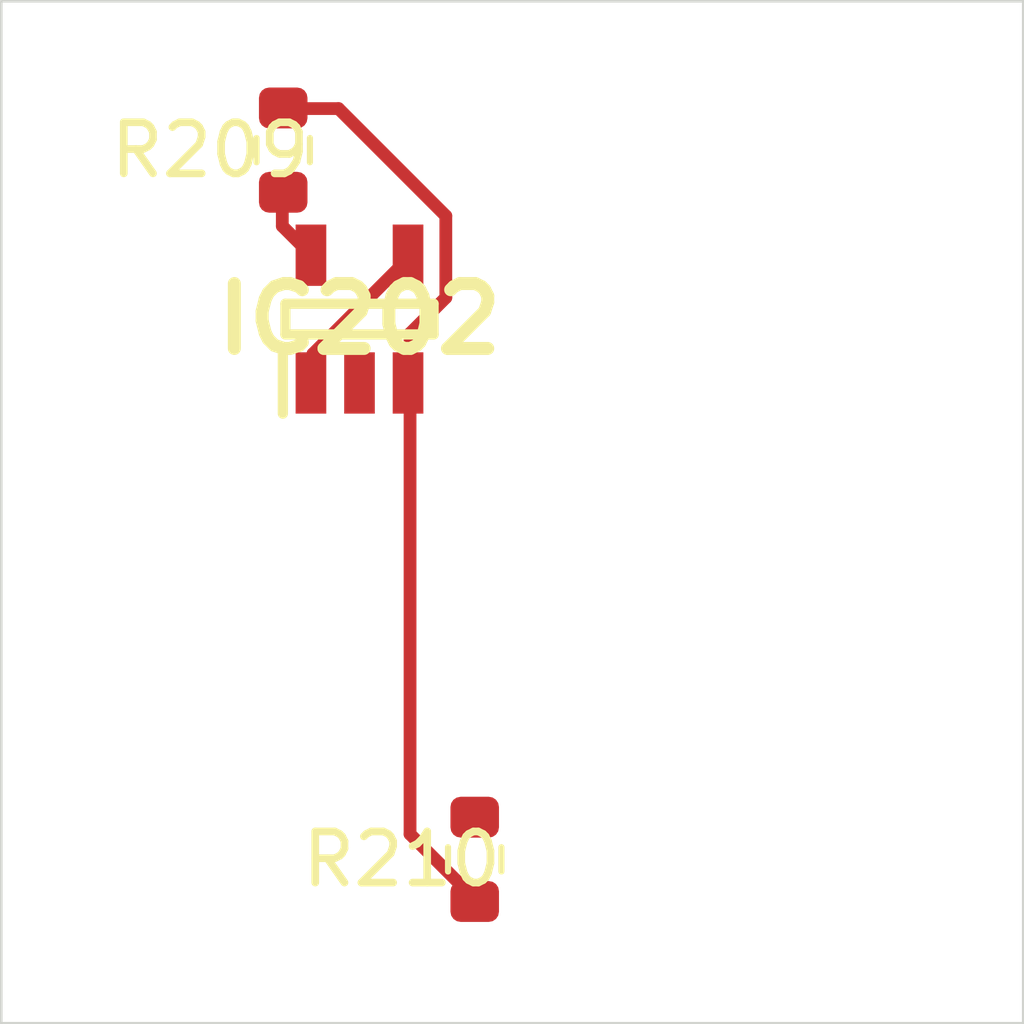
<source format=kicad_pcb>
 ( kicad_pcb  ( version 20171130 )
 ( host pcbnew 5.1.12-84ad8e8a86~92~ubuntu18.04.1 )
 ( general  ( thickness 1.6 )
 ( drawings 4 )
 ( tracks 0 )
 ( zones 0 )
 ( modules 3 )
 ( nets 5 )
)
 ( page A4 )
 ( layers  ( 0 F.Cu signal )
 ( 31 B.Cu signal )
 ( 32 B.Adhes user )
 ( 33 F.Adhes user )
 ( 34 B.Paste user )
 ( 35 F.Paste user )
 ( 36 B.SilkS user )
 ( 37 F.SilkS user )
 ( 38 B.Mask user )
 ( 39 F.Mask user )
 ( 40 Dwgs.User user )
 ( 41 Cmts.User user )
 ( 42 Eco1.User user )
 ( 43 Eco2.User user )
 ( 44 Edge.Cuts user )
 ( 45 Margin user )
 ( 46 B.CrtYd user )
 ( 47 F.CrtYd user )
 ( 48 B.Fab user )
 ( 49 F.Fab user )
)
 ( setup  ( last_trace_width 0.25 )
 ( trace_clearance 0.2 )
 ( zone_clearance 0.508 )
 ( zone_45_only no )
 ( trace_min 0.2 )
 ( via_size 0.8 )
 ( via_drill 0.4 )
 ( via_min_size 0.4 )
 ( via_min_drill 0.3 )
 ( uvia_size 0.3 )
 ( uvia_drill 0.1 )
 ( uvias_allowed no )
 ( uvia_min_size 0.2 )
 ( uvia_min_drill 0.1 )
 ( edge_width 0.05 )
 ( segment_width 0.2 )
 ( pcb_text_width 0.3 )
 ( pcb_text_size 1.5 1.5 )
 ( mod_edge_width 0.12 )
 ( mod_text_size 1 1 )
 ( mod_text_width 0.15 )
 ( pad_size 1.524 1.524 )
 ( pad_drill 0.762 )
 ( pad_to_mask_clearance 0 )
 ( aux_axis_origin 0 0 )
 ( visible_elements FFFFFF7F )
 ( pcbplotparams  ( layerselection 0x010fc_ffffffff )
 ( usegerberextensions false )
 ( usegerberattributes true )
 ( usegerberadvancedattributes true )
 ( creategerberjobfile true )
 ( excludeedgelayer true )
 ( linewidth 0.100000 )
 ( plotframeref false )
 ( viasonmask false )
 ( mode 1 )
 ( useauxorigin false )
 ( hpglpennumber 1 )
 ( hpglpenspeed 20 )
 ( hpglpendiameter 15.000000 )
 ( psnegative false )
 ( psa4output false )
 ( plotreference true )
 ( plotvalue true )
 ( plotinvisibletext false )
 ( padsonsilk false )
 ( subtractmaskfromsilk false )
 ( outputformat 1 )
 ( mirror false )
 ( drillshape 1 )
 ( scaleselection 1 )
 ( outputdirectory "" )
)
)
 ( net 0 "" )
 ( net 1 GND )
 ( net 2 VDDA )
 ( net 3 /Sheet6235D886/vp )
 ( net 4 "Net-(IC202-Pad3)" )
 ( net_class Default "This is the default net class."  ( clearance 0.2 )
 ( trace_width 0.25 )
 ( via_dia 0.8 )
 ( via_drill 0.4 )
 ( uvia_dia 0.3 )
 ( uvia_drill 0.1 )
 ( add_net /Sheet6235D886/vp )
 ( add_net GND )
 ( add_net "Net-(IC202-Pad3)" )
 ( add_net VDDA )
)
 ( module SOT95P280X145-5N locked  ( layer F.Cu )
 ( tedit 62336ED7 )
 ( tstamp 623423ED )
 ( at 87.010600 106.220000 90.000000 )
 ( descr DBV0005A )
 ( tags "Integrated Circuit" )
 ( path /6235D887/6266C08E )
 ( attr smd )
 ( fp_text reference IC202  ( at 0 0 )
 ( layer F.SilkS )
 ( effects  ( font  ( size 1.27 1.27 )
 ( thickness 0.254 )
)
)
)
 ( fp_text value TL071HIDBVR  ( at 0 0 )
 ( layer F.SilkS )
hide  ( effects  ( font  ( size 1.27 1.27 )
 ( thickness 0.254 )
)
)
)
 ( fp_line  ( start -1.85 -1.5 )
 ( end -0.65 -1.5 )
 ( layer F.SilkS )
 ( width 0.2 )
)
 ( fp_line  ( start -0.3 1.45 )
 ( end -0.3 -1.45 )
 ( layer F.SilkS )
 ( width 0.2 )
)
 ( fp_line  ( start 0.3 1.45 )
 ( end -0.3 1.45 )
 ( layer F.SilkS )
 ( width 0.2 )
)
 ( fp_line  ( start 0.3 -1.45 )
 ( end 0.3 1.45 )
 ( layer F.SilkS )
 ( width 0.2 )
)
 ( fp_line  ( start -0.3 -1.45 )
 ( end 0.3 -1.45 )
 ( layer F.SilkS )
 ( width 0.2 )
)
 ( fp_line  ( start -0.8 -0.5 )
 ( end 0.15 -1.45 )
 ( layer Dwgs.User )
 ( width 0.1 )
)
 ( fp_line  ( start -0.8 1.45 )
 ( end -0.8 -1.45 )
 ( layer Dwgs.User )
 ( width 0.1 )
)
 ( fp_line  ( start 0.8 1.45 )
 ( end -0.8 1.45 )
 ( layer Dwgs.User )
 ( width 0.1 )
)
 ( fp_line  ( start 0.8 -1.45 )
 ( end 0.8 1.45 )
 ( layer Dwgs.User )
 ( width 0.1 )
)
 ( fp_line  ( start -0.8 -1.45 )
 ( end 0.8 -1.45 )
 ( layer Dwgs.User )
 ( width 0.1 )
)
 ( fp_line  ( start -2.1 1.775 )
 ( end -2.1 -1.775 )
 ( layer Dwgs.User )
 ( width 0.05 )
)
 ( fp_line  ( start 2.1 1.775 )
 ( end -2.1 1.775 )
 ( layer Dwgs.User )
 ( width 0.05 )
)
 ( fp_line  ( start 2.1 -1.775 )
 ( end 2.1 1.775 )
 ( layer Dwgs.User )
 ( width 0.05 )
)
 ( fp_line  ( start -2.1 -1.775 )
 ( end 2.1 -1.775 )
 ( layer Dwgs.User )
 ( width 0.05 )
)
 ( pad 1 smd rect  ( at -1.25 -0.95 180.000000 )
 ( size 0.6 1.2 )
 ( layers F.Cu F.Mask F.Paste )
 ( net 3 /Sheet6235D886/vp )
)
 ( pad 2 smd rect  ( at -1.25 0 180.000000 )
 ( size 0.6 1.2 )
 ( layers F.Cu F.Mask F.Paste )
 ( net 1 GND )
)
 ( pad 3 smd rect  ( at -1.25 0.95 180.000000 )
 ( size 0.6 1.2 )
 ( layers F.Cu F.Mask F.Paste )
 ( net 4 "Net-(IC202-Pad3)" )
)
 ( pad 4 smd rect  ( at 1.25 0.95 180.000000 )
 ( size 0.6 1.2 )
 ( layers F.Cu F.Mask F.Paste )
 ( net 3 /Sheet6235D886/vp )
)
 ( pad 5 smd rect  ( at 1.25 -0.95 180.000000 )
 ( size 0.6 1.2 )
 ( layers F.Cu F.Mask F.Paste )
 ( net 2 VDDA )
)
)
 ( module Resistor_SMD:R_0603_1608Metric  ( layer F.Cu )
 ( tedit 5F68FEEE )
 ( tstamp 62342595 )
 ( at 85.517800 102.913000 90.000000 )
 ( descr "Resistor SMD 0603 (1608 Metric), square (rectangular) end terminal, IPC_7351 nominal, (Body size source: IPC-SM-782 page 72, https://www.pcb-3d.com/wordpress/wp-content/uploads/ipc-sm-782a_amendment_1_and_2.pdf), generated with kicad-footprint-generator" )
 ( tags resistor )
 ( path /6235D887/623CDBD9 )
 ( attr smd )
 ( fp_text reference R209  ( at 0 -1.43 )
 ( layer F.SilkS )
 ( effects  ( font  ( size 1 1 )
 ( thickness 0.15 )
)
)
)
 ( fp_text value 100k  ( at 0 1.43 )
 ( layer F.Fab )
 ( effects  ( font  ( size 1 1 )
 ( thickness 0.15 )
)
)
)
 ( fp_line  ( start -0.8 0.4125 )
 ( end -0.8 -0.4125 )
 ( layer F.Fab )
 ( width 0.1 )
)
 ( fp_line  ( start -0.8 -0.4125 )
 ( end 0.8 -0.4125 )
 ( layer F.Fab )
 ( width 0.1 )
)
 ( fp_line  ( start 0.8 -0.4125 )
 ( end 0.8 0.4125 )
 ( layer F.Fab )
 ( width 0.1 )
)
 ( fp_line  ( start 0.8 0.4125 )
 ( end -0.8 0.4125 )
 ( layer F.Fab )
 ( width 0.1 )
)
 ( fp_line  ( start -0.237258 -0.5225 )
 ( end 0.237258 -0.5225 )
 ( layer F.SilkS )
 ( width 0.12 )
)
 ( fp_line  ( start -0.237258 0.5225 )
 ( end 0.237258 0.5225 )
 ( layer F.SilkS )
 ( width 0.12 )
)
 ( fp_line  ( start -1.48 0.73 )
 ( end -1.48 -0.73 )
 ( layer F.CrtYd )
 ( width 0.05 )
)
 ( fp_line  ( start -1.48 -0.73 )
 ( end 1.48 -0.73 )
 ( layer F.CrtYd )
 ( width 0.05 )
)
 ( fp_line  ( start 1.48 -0.73 )
 ( end 1.48 0.73 )
 ( layer F.CrtYd )
 ( width 0.05 )
)
 ( fp_line  ( start 1.48 0.73 )
 ( end -1.48 0.73 )
 ( layer F.CrtYd )
 ( width 0.05 )
)
 ( fp_text user %R  ( at 0 0 )
 ( layer F.Fab )
 ( effects  ( font  ( size 0.4 0.4 )
 ( thickness 0.06 )
)
)
)
 ( pad 1 smd roundrect  ( at -0.825 0 90.000000 )
 ( size 0.8 0.95 )
 ( layers F.Cu F.Mask F.Paste )
 ( roundrect_rratio 0.25 )
 ( net 2 VDDA )
)
 ( pad 2 smd roundrect  ( at 0.825 0 90.000000 )
 ( size 0.8 0.95 )
 ( layers F.Cu F.Mask F.Paste )
 ( roundrect_rratio 0.25 )
 ( net 4 "Net-(IC202-Pad3)" )
)
 ( model ${KISYS3DMOD}/Resistor_SMD.3dshapes/R_0603_1608Metric.wrl  ( at  ( xyz 0 0 0 )
)
 ( scale  ( xyz 1 1 1 )
)
 ( rotate  ( xyz 0 0 0 )
)
)
)
 ( module Resistor_SMD:R_0603_1608Metric  ( layer F.Cu )
 ( tedit 5F68FEEE )
 ( tstamp 623425A6 )
 ( at 89.265600 116.793000 90.000000 )
 ( descr "Resistor SMD 0603 (1608 Metric), square (rectangular) end terminal, IPC_7351 nominal, (Body size source: IPC-SM-782 page 72, https://www.pcb-3d.com/wordpress/wp-content/uploads/ipc-sm-782a_amendment_1_and_2.pdf), generated with kicad-footprint-generator" )
 ( tags resistor )
 ( path /6235D887/623CDBDF )
 ( attr smd )
 ( fp_text reference R210  ( at 0 -1.43 )
 ( layer F.SilkS )
 ( effects  ( font  ( size 1 1 )
 ( thickness 0.15 )
)
)
)
 ( fp_text value 100k  ( at 0 1.43 )
 ( layer F.Fab )
 ( effects  ( font  ( size 1 1 )
 ( thickness 0.15 )
)
)
)
 ( fp_line  ( start 1.48 0.73 )
 ( end -1.48 0.73 )
 ( layer F.CrtYd )
 ( width 0.05 )
)
 ( fp_line  ( start 1.48 -0.73 )
 ( end 1.48 0.73 )
 ( layer F.CrtYd )
 ( width 0.05 )
)
 ( fp_line  ( start -1.48 -0.73 )
 ( end 1.48 -0.73 )
 ( layer F.CrtYd )
 ( width 0.05 )
)
 ( fp_line  ( start -1.48 0.73 )
 ( end -1.48 -0.73 )
 ( layer F.CrtYd )
 ( width 0.05 )
)
 ( fp_line  ( start -0.237258 0.5225 )
 ( end 0.237258 0.5225 )
 ( layer F.SilkS )
 ( width 0.12 )
)
 ( fp_line  ( start -0.237258 -0.5225 )
 ( end 0.237258 -0.5225 )
 ( layer F.SilkS )
 ( width 0.12 )
)
 ( fp_line  ( start 0.8 0.4125 )
 ( end -0.8 0.4125 )
 ( layer F.Fab )
 ( width 0.1 )
)
 ( fp_line  ( start 0.8 -0.4125 )
 ( end 0.8 0.4125 )
 ( layer F.Fab )
 ( width 0.1 )
)
 ( fp_line  ( start -0.8 -0.4125 )
 ( end 0.8 -0.4125 )
 ( layer F.Fab )
 ( width 0.1 )
)
 ( fp_line  ( start -0.8 0.4125 )
 ( end -0.8 -0.4125 )
 ( layer F.Fab )
 ( width 0.1 )
)
 ( fp_text user %R  ( at 0 0 )
 ( layer F.Fab )
 ( effects  ( font  ( size 0.4 0.4 )
 ( thickness 0.06 )
)
)
)
 ( pad 2 smd roundrect  ( at 0.825 0 90.000000 )
 ( size 0.8 0.95 )
 ( layers F.Cu F.Mask F.Paste )
 ( roundrect_rratio 0.25 )
 ( net 1 GND )
)
 ( pad 1 smd roundrect  ( at -0.825 0 90.000000 )
 ( size 0.8 0.95 )
 ( layers F.Cu F.Mask F.Paste )
 ( roundrect_rratio 0.25 )
 ( net 4 "Net-(IC202-Pad3)" )
)
 ( model ${KISYS3DMOD}/Resistor_SMD.3dshapes/R_0603_1608Metric.wrl  ( at  ( xyz 0 0 0 )
)
 ( scale  ( xyz 1 1 1 )
)
 ( rotate  ( xyz 0 0 0 )
)
)
)
 ( gr_line  ( start 100 100 )
 ( end 100 120 )
 ( layer Edge.Cuts )
 ( width 0.05 )
 ( tstamp 62E770C4 )
)
 ( gr_line  ( start 80 120 )
 ( end 100 120 )
 ( layer Edge.Cuts )
 ( width 0.05 )
 ( tstamp 62E770C0 )
)
 ( gr_line  ( start 80 100 )
 ( end 100 100 )
 ( layer Edge.Cuts )
 ( width 0.05 )
 ( tstamp 6234110C )
)
 ( gr_line  ( start 80 100 )
 ( end 80 120 )
 ( layer Edge.Cuts )
 ( width 0.05 )
)
 ( segment  ( start 85.500001 103.700002 )
 ( end 85.500001 104.400002 )
 ( width 0.250000 )
 ( layer F.Cu )
 ( net 2 )
)
 ( segment  ( start 85.500001 104.400002 )
 ( end 86.100001 105.000002 )
 ( width 0.250000 )
 ( layer F.Cu )
 ( net 2 )
)
 ( segment  ( start 88.000001 105.000002 )
 ( end 86.100001 106.900002 )
 ( width 0.250000 )
 ( layer F.Cu )
 ( net 3 )
)
 ( segment  ( start 86.100001 106.900002 )
 ( end 86.100001 107.500002 )
 ( width 0.250000 )
 ( layer F.Cu )
 ( net 3 )
)
 ( segment  ( start 85.500001 102.100002 )
 ( end 86.600001 102.100002 )
 ( width 0.250000 )
 ( layer F.Cu )
 ( net 4 )
)
 ( segment  ( start 86.600001 102.100002 )
 ( end 88.700001 104.200002 )
 ( width 0.250000 )
 ( layer F.Cu )
 ( net 4 )
)
 ( segment  ( start 88.700001 104.200002 )
 ( end 88.700001 105.800002 )
 ( width 0.250000 )
 ( layer F.Cu )
 ( net 4 )
)
 ( segment  ( start 88.700001 105.800002 )
 ( end 88.000001 106.500002 )
 ( width 0.250000 )
 ( layer F.Cu )
 ( net 4 )
)
 ( segment  ( start 88.000001 106.500002 )
 ( end 88.000001 107.500002 )
 ( width 0.250000 )
 ( layer F.Cu )
 ( net 4 )
)
 ( segment  ( start 89.300001 117.600002 )
 ( end 88.000001 116.300002 )
 ( width 0.250000 )
 ( layer F.Cu )
 ( net 4 )
)
 ( segment  ( start 88.000001 116.300002 )
 ( end 88.000001 107.500002 )
 ( width 0.250000 )
 ( layer F.Cu )
 ( net 4 )
)
)

</source>
